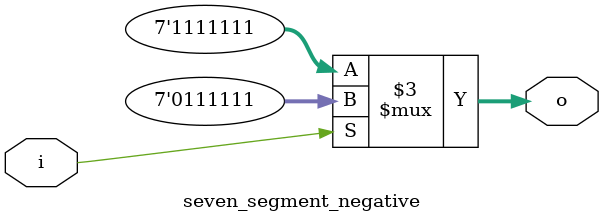
<source format=v>
module seven_segment_negative(i,o);

input i;
output reg [6:0]o; 


//   abcdefg
//
//      ---  g
//    b|   | f
//      ---  a
//    c|   | e
//      ---  d


always@(*)
begin
	case (i)
		1'b1: o = 7'b0111111; 
		default: o = 7'b1111111;
	endcase
end

endmodule
</source>
